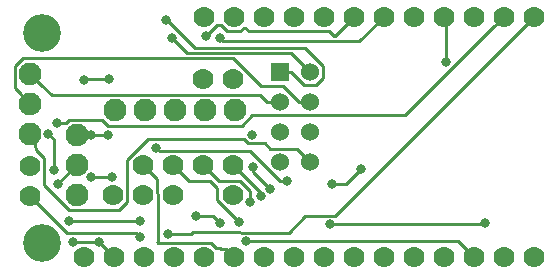
<source format=gbr>
G04 #@! TF.GenerationSoftware,KiCad,Pcbnew,(5.1.4-0-10_14)*
G04 #@! TF.CreationDate,2019-11-15T10:31:40+01:00*
G04 #@! TF.ProjectId,FeatherWing nRF24L01 Adapter,46656174-6865-4725-9769-6e67206e5246,rev?*
G04 #@! TF.SameCoordinates,Original*
G04 #@! TF.FileFunction,Copper,L2,Bot*
G04 #@! TF.FilePolarity,Positive*
%FSLAX46Y46*%
G04 Gerber Fmt 4.6, Leading zero omitted, Abs format (unit mm)*
G04 Created by KiCad (PCBNEW (5.1.4-0-10_14)) date 2019-11-15 10:31:40*
%MOMM*%
%LPD*%
G04 APERTURE LIST*
%ADD10C,1.778000*%
%ADD11R,1.524000X1.524000*%
%ADD12C,1.524000*%
%ADD13C,3.200000*%
%ADD14C,1.930400*%
%ADD15C,0.800000*%
%ADD16C,0.250000*%
G04 APERTURE END LIST*
D10*
X108230000Y-95030000D03*
X110770000Y-95030000D03*
X113310000Y-95030000D03*
X118390000Y-95030000D03*
X110770000Y-92490000D03*
X113310000Y-92490000D03*
X115850000Y-92490000D03*
X118390000Y-92490000D03*
X118376700Y-85178900D03*
X115836700Y-85178900D03*
D11*
X122364500Y-84582000D03*
D12*
X124904500Y-84582000D03*
X122364500Y-87122000D03*
X124904500Y-87122000D03*
X122364500Y-89662000D03*
X124904500Y-89662000D03*
X122364500Y-92202000D03*
X124904500Y-92202000D03*
D10*
X105755000Y-100250001D03*
X108295000Y-100250001D03*
X110835000Y-100250001D03*
X113375000Y-100250001D03*
X143855000Y-100250001D03*
X141315000Y-100250001D03*
X138775000Y-100250001D03*
X136235000Y-100250001D03*
X133695000Y-100250001D03*
X131155000Y-100250001D03*
X128615000Y-100250001D03*
X126075000Y-100250001D03*
X123535000Y-100250001D03*
X120995000Y-100250001D03*
X118455000Y-100250001D03*
X115915000Y-100250001D03*
X143855000Y-79930001D03*
X141315000Y-79930001D03*
X138775000Y-79930001D03*
X136235000Y-79930001D03*
X133695000Y-79930001D03*
X131155000Y-79930001D03*
X128615000Y-79930001D03*
X126075000Y-79930001D03*
X123535000Y-79930001D03*
X120995000Y-79930001D03*
X118455000Y-79930001D03*
X115915000Y-79930001D03*
D13*
X102235000Y-81280000D03*
X102235000Y-99060000D03*
D14*
X118554500Y-87833200D03*
X116014500Y-87833200D03*
X113474500Y-87833200D03*
X110934500Y-87833200D03*
X108394500Y-87833200D03*
D10*
X101200000Y-95070000D03*
X101200000Y-92530000D03*
D14*
X101200000Y-84720000D03*
X101200000Y-87260000D03*
X101200000Y-89800000D03*
X105156000Y-94996000D03*
X105156000Y-92456000D03*
X105156000Y-89916000D03*
D15*
X112680000Y-80180000D03*
X107920000Y-85160000D03*
X105810000Y-85290000D03*
X102765167Y-89810365D03*
X103220000Y-92870000D03*
X104860000Y-98960000D03*
X107004999Y-98960000D03*
X113230000Y-81680000D03*
X106370000Y-93510000D03*
X108120000Y-93450000D03*
X126613597Y-97476403D03*
X139740000Y-97390000D03*
X122931893Y-93794699D03*
X111910000Y-90985000D03*
X103540000Y-94040000D03*
X104520000Y-97200000D03*
X110520000Y-97220000D03*
X115260000Y-96800000D03*
X117300000Y-97410000D03*
X119507347Y-98912653D03*
X106379299Y-89950000D03*
X107829299Y-89910000D03*
X120020000Y-89910000D03*
X120110000Y-92640000D03*
X121554764Y-94526430D03*
X110520000Y-98550000D03*
X112880000Y-98311000D03*
X103505000Y-88900000D03*
X126810000Y-94080000D03*
X129230000Y-92770000D03*
X116091723Y-81550000D03*
X117320000Y-81740000D03*
X136462348Y-83757348D03*
X118910000Y-97290000D03*
X119845875Y-95561201D03*
X120724834Y-95084301D03*
D16*
X125991501Y-85103761D02*
X125991501Y-84060239D01*
X124382739Y-85669001D02*
X125426261Y-85669001D01*
X123295738Y-84582000D02*
X124382739Y-85669001D01*
X125426261Y-85669001D02*
X125991501Y-85103761D01*
X122364500Y-84582000D02*
X123295738Y-84582000D01*
X124461041Y-82529779D02*
X123488689Y-82529779D01*
X125991501Y-84060239D02*
X124461041Y-82529779D01*
X115152781Y-82529779D02*
X112803002Y-80180000D01*
X112803002Y-80180000D02*
X112680000Y-80180000D01*
X123488689Y-82529779D02*
X115152781Y-82529779D01*
X105940000Y-85160000D02*
X105810000Y-85290000D01*
X107920000Y-85160000D02*
X105940000Y-85160000D01*
X103220000Y-90265198D02*
X103220000Y-92870000D01*
X102765167Y-89810365D02*
X103220000Y-90265198D01*
X107004999Y-98960000D02*
X108295000Y-100250001D01*
X104860000Y-98960000D02*
X107004999Y-98960000D01*
X123302289Y-82979789D02*
X114529789Y-82979789D01*
X114529789Y-82979789D02*
X113230000Y-81680000D01*
X124904500Y-84582000D02*
X123302289Y-82979789D01*
X108060000Y-93510000D02*
X108120000Y-93450000D01*
X106370000Y-93510000D02*
X108060000Y-93510000D01*
X139653597Y-97476403D02*
X139740000Y-97390000D01*
X126613597Y-97476403D02*
X139653597Y-97476403D01*
X112179699Y-91254699D02*
X111910000Y-90985000D01*
X119797701Y-91254699D02*
X112179699Y-91254699D01*
X122337701Y-93794699D02*
X119797701Y-91254699D01*
X122931893Y-93794699D02*
X122337701Y-93794699D01*
X105124000Y-92456000D02*
X103540000Y-94040000D01*
X105156000Y-92456000D02*
X105124000Y-92456000D01*
X110500000Y-97200000D02*
X110520000Y-97220000D01*
X104520000Y-97200000D02*
X110500000Y-97200000D01*
X116690000Y-96800000D02*
X117300000Y-97410000D01*
X115260000Y-96800000D02*
X116690000Y-96800000D01*
X137437652Y-98912653D02*
X119507347Y-98912653D01*
X138775000Y-100250001D02*
X137437652Y-98912653D01*
X107789299Y-89950000D02*
X107829299Y-89910000D01*
X106379299Y-89950000D02*
X107789299Y-89950000D01*
X120110000Y-93081666D02*
X121554764Y-94526430D01*
X120110000Y-92640000D02*
X120110000Y-93081666D01*
X102165199Y-85685199D02*
X101200000Y-84720000D01*
X120707869Y-86542999D02*
X103022999Y-86542999D01*
X103022999Y-86542999D02*
X102165199Y-85685199D01*
X121286870Y-87122000D02*
X120707869Y-86542999D01*
X122364500Y-87122000D02*
X121286870Y-87122000D01*
X100234801Y-86294801D02*
X101200000Y-87260000D01*
X99909799Y-85969799D02*
X100234801Y-86294801D01*
X100580703Y-83429799D02*
X99909799Y-84100703D01*
X118424321Y-83429799D02*
X100580703Y-83429799D01*
X99909799Y-84100703D02*
X99909799Y-85969799D01*
X120756143Y-85761621D02*
X118424321Y-83429799D01*
X122612883Y-85761621D02*
X120756143Y-85761621D01*
X123973262Y-87122000D02*
X122612883Y-85761621D01*
X124904500Y-87122000D02*
X123973262Y-87122000D01*
X101740000Y-91050000D02*
X101600000Y-90910000D01*
X102414001Y-91894001D02*
X101740000Y-91220000D01*
X104536703Y-96286201D02*
X102414001Y-94163499D01*
X108735921Y-96286201D02*
X104536703Y-96286201D01*
X109430701Y-95591421D02*
X108735921Y-96286201D01*
X101740000Y-91220000D02*
X101740000Y-91050000D01*
X102414001Y-94163499D02*
X102414001Y-91894001D01*
X101600000Y-90200000D02*
X101200000Y-89800000D01*
X101600000Y-90910000D02*
X101600000Y-90200000D01*
X109430701Y-94433979D02*
X109444001Y-94447279D01*
X119296998Y-90260000D02*
X111168678Y-90260000D01*
X119671999Y-90635001D02*
X119296998Y-90260000D01*
X111168678Y-90260000D02*
X109430701Y-91997977D01*
X121064999Y-90635001D02*
X119671999Y-90635001D01*
X121544997Y-91114999D02*
X121064999Y-90635001D01*
X109444001Y-94447279D02*
X109444001Y-95591421D01*
X123817499Y-91114999D02*
X121544997Y-91114999D01*
X109430701Y-91997977D02*
X109430701Y-94433979D01*
X124904500Y-92202000D02*
X123817499Y-91114999D01*
X104310000Y-98180000D02*
X101200000Y-95070000D01*
X123090000Y-98180000D02*
X115020000Y-98150000D01*
X124518598Y-96751402D02*
X123090000Y-98180000D01*
X127033599Y-96751402D02*
X124518598Y-96751402D01*
X143855000Y-79930001D02*
X127033599Y-96751402D01*
X110150000Y-98180000D02*
X110520000Y-98550000D01*
X104310000Y-98180000D02*
X110150000Y-98180000D01*
X114859000Y-98311000D02*
X115020000Y-98150000D01*
X112880000Y-98311000D02*
X114859000Y-98311000D01*
X140426001Y-80819000D02*
X141315000Y-79930001D01*
X119173797Y-89123401D02*
X120032198Y-88265000D01*
X107775203Y-89123401D02*
X119173797Y-89123401D01*
X104536703Y-88625799D02*
X107277601Y-88625799D01*
X104262502Y-88900000D02*
X104536703Y-88625799D01*
X132980001Y-88265000D02*
X140426001Y-80819000D01*
X107277601Y-88625799D02*
X107775203Y-89123401D01*
X120032198Y-88265000D02*
X132980001Y-88265000D01*
X103505000Y-88900000D02*
X104262502Y-88900000D01*
X127920000Y-94080000D02*
X129230000Y-92770000D01*
X126810000Y-94080000D02*
X127920000Y-94080000D01*
X116091723Y-81550000D02*
X117011723Y-80630000D01*
X117358277Y-80630000D02*
X117872279Y-81144002D01*
X117872279Y-81144002D02*
X119015998Y-81144002D01*
X117011723Y-80630000D02*
X117358277Y-80630000D01*
X119300000Y-80860000D02*
X119440000Y-80860000D01*
X119015998Y-81144002D02*
X119300000Y-80860000D01*
X119724002Y-81144002D02*
X126554002Y-81144002D01*
X119440000Y-80860000D02*
X119724002Y-81144002D01*
X126554002Y-81144002D02*
X126937500Y-81527500D01*
X127017500Y-81527500D02*
X128615000Y-79930001D01*
X126937500Y-81527500D02*
X127017500Y-81527500D01*
X126995004Y-81549997D02*
X127017500Y-81527500D01*
X129084400Y-82000601D02*
X118289399Y-82000601D01*
X131155000Y-79930001D02*
X129084400Y-82000601D01*
X117580601Y-82000601D02*
X117320000Y-81740000D01*
X118289399Y-82000601D02*
X117580601Y-82000601D01*
X136462348Y-80157349D02*
X136235000Y-79930001D01*
X136462348Y-83757348D02*
X136462348Y-80157349D01*
X117680000Y-99610000D02*
X117814999Y-99610000D01*
X117650000Y-99580000D02*
X117680000Y-99610000D01*
X117270000Y-99510000D02*
X117340000Y-99580000D01*
X116971721Y-99510000D02*
X117270000Y-99510000D01*
X117340000Y-99580000D02*
X117650000Y-99580000D01*
X116497721Y-99036000D02*
X116971721Y-99510000D01*
X110756700Y-92468700D02*
X111970701Y-93682701D01*
X112016000Y-99036000D02*
X116497721Y-99036000D01*
X111970701Y-98990701D02*
X112016000Y-99036000D01*
X117814999Y-99610000D02*
X118455000Y-100250001D01*
X112016000Y-94886000D02*
X112016000Y-99036000D01*
X111970701Y-94840701D02*
X112016000Y-94886000D01*
X111970701Y-93682701D02*
X111970701Y-94840701D01*
X117050701Y-95430701D02*
X118910000Y-97290000D01*
X117050701Y-94425979D02*
X117050701Y-95430701D01*
X116419421Y-93794699D02*
X117050701Y-94425979D01*
X114622699Y-93794699D02*
X116419421Y-93794699D01*
X113296700Y-92468700D02*
X114622699Y-93794699D01*
X119845875Y-94681153D02*
X119845875Y-95561201D01*
X118959421Y-93794699D02*
X119845875Y-94681153D01*
X115836700Y-92468700D02*
X117162699Y-93794699D01*
X117162699Y-93794699D02*
X118959421Y-93794699D01*
X120724834Y-94816834D02*
X120724834Y-95084301D01*
X118376700Y-92468700D02*
X120724834Y-94816834D01*
M02*

</source>
